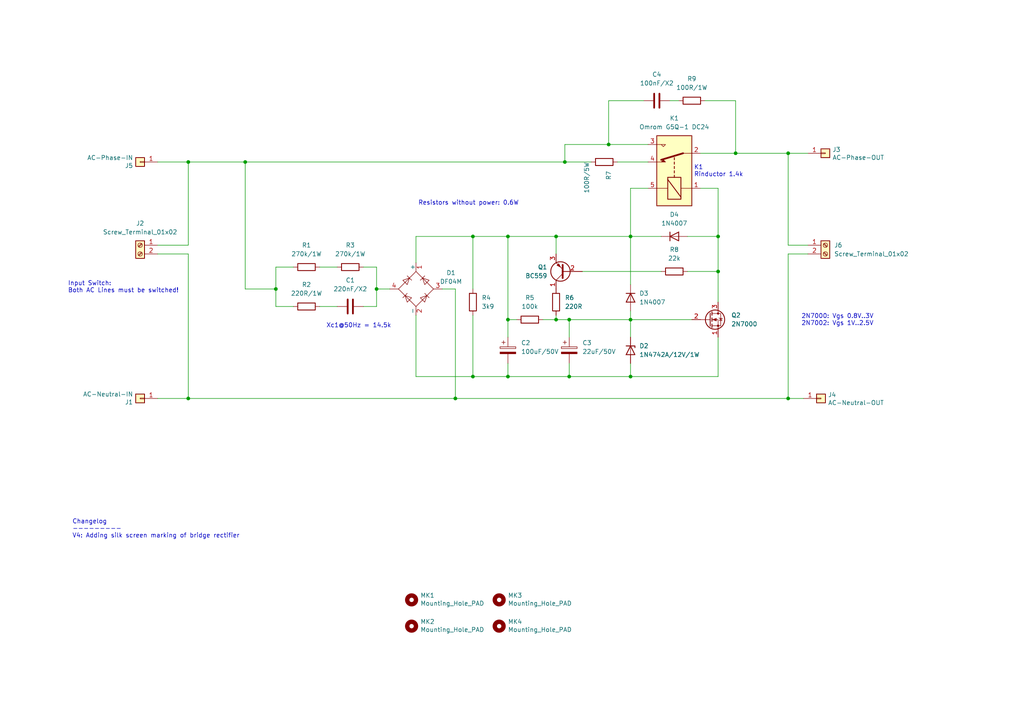
<source format=kicad_sch>
(kicad_sch (version 20230121) (generator eeschema)
  (paper "A4")
  (title_block (title "Inrush Current Limiter Relais") (date "2023-11-05") (rev "V4"))
  (lib_symbols
    (symbol "Connector:Screw_Terminal_01x02" (pin_names (offset 1.016) hide)
      (property "Reference" "J" (at 0 2.54 0))
      (property "Value" "Screw_Terminal_01x02" (at 0 -5.08 0))
      (symbol "Screw_Terminal_01x02_1_1"
        (rectangle (start -1.27 1.27) (end 1.27 -3.81) (stroke (width 0.254)) (fill (type background)))
        (circle (center 0 -2.54) (radius 0.635) (stroke (width 0.1524)))
        (polyline (pts (xy -0.5334 -2.2098) (xy 0.3302 -3.048)) (stroke (width 0.1524)))
        (polyline (pts (xy -0.5334 0.3302) (xy 0.3302 -0.508)) (stroke (width 0.1524)))
        (polyline (pts (xy -0.3556 -2.032) (xy 0.508 -2.8702)) (stroke (width 0.1524)))
        (polyline (pts (xy -0.3556 0.508) (xy 0.508 -0.3302)) (stroke (width 0.1524)))
        (circle (center 0 0) (radius 0.635) (stroke (width 0.1524)))
        (pin passive line (at -5.08 0 0) (length 3.81) (name "Pin_1") (number "1"))
        (pin passive line (at -5.08 -2.54 0) (length 3.81) (name "Pin_2") (number "2"))
      )
    )
    (symbol "Connector_Generic:Conn_01x01" (pin_names (offset 1.016) hide)
      (property "Reference" "J" (at 0 2.54 0))
      (property "Value" "Conn_01x01" (at 0 -2.54 0))
      (symbol "Conn_01x01_1_1"
        (rectangle (start -1.27 0.127) (end 0 -0.127) (stroke (width 0.1524)))
        (rectangle (start -1.27 1.27) (end 1.27 -1.27) (stroke (width 0.254)) (fill (type background)))
        (pin passive line (at -5.08 0 0) (length 3.81) (name "Pin_1") (number "1"))
      )
    )
    (symbol "Device:C" (pin_numbers hide) (pin_names (offset 0.254))
      (property "Reference" "C" (at 0.635 2.54 0))
      (property "Value" "C" (at 0.635 -2.54 0))
      (symbol "C_0_1"
        (polyline (pts (xy -2.032 -0.762) (xy 2.032 -0.762)) (stroke (width 0.508)))
        (polyline (pts (xy -2.032 0.762) (xy 2.032 0.762)) (stroke (width 0.508)))
      )
      (symbol "C_1_1"
        (pin passive line (at 0 3.81 270) (length 2.794) (name "~") (number "1"))
        (pin passive line (at 0 -3.81 90) (length 2.794) (name "~") (number "2"))
      )
    )
    (symbol "Device:C_Polarized" (pin_numbers hide) (pin_names (offset 0.254))
      (property "Reference" "C" (at 0.635 2.54 0))
      (property "Value" "C_Polarized" (at 0.635 -2.54 0))
      (symbol "C_Polarized_0_1"
        (rectangle (start -2.286 0.508) (end 2.286 1.016))
        (polyline (pts (xy -1.778 2.286) (xy -0.762 2.286)))
        (polyline (pts (xy -1.27 2.794) (xy -1.27 1.778)))
        (rectangle (start 2.286 -0.508) (end -2.286 -1.016) (fill (type outline)))
      )
      (symbol "C_Polarized_1_1"
        (pin passive line (at 0 3.81 270) (length 2.794) (name "~") (number "1"))
        (pin passive line (at 0 -3.81 90) (length 2.794) (name "~") (number "2"))
      )
    )
    (symbol "Device:R" (pin_numbers hide) (pin_names (offset 0))
      (property "Reference" "R" (at 2.032 0 90))
      (property "Value" "R" (at 0 0 90))
      (symbol "R_0_1"
        (rectangle (start -1.016 -2.54) (end 1.016 2.54) (stroke (width 0.254)))
      )
      (symbol "R_1_1"
        (pin passive line (at 0 3.81 270) (length 1.27) (name "~") (number "1"))
        (pin passive line (at 0 -3.81 90) (length 1.27) (name "~") (number "2"))
      )
    )
    (symbol "Diode:1N4007" (pin_numbers hide) (pin_names (offset 1.016) hide)
      (property "Reference" "D" (at 0 2.54 0))
      (property "Value" "1N4007" (at 0 -2.54 0))
      (symbol "1N4007_0_1"
        (polyline (pts (xy -1.27 1.27) (xy -1.27 -1.27)) (stroke (width 0.254)))
        (polyline (pts (xy 1.27 0) (xy -1.27 0)))
        (polyline (pts (xy 1.27 1.27) (xy 1.27 -1.27) (xy -1.27 0) (xy 1.27 1.27)) (stroke (width 0.254)))
      )
      (symbol "1N4007_1_1"
        (pin passive line (at -3.81 0 0) (length 2.54) (name "K") (number "1"))
        (pin passive line (at 3.81 0 180) (length 2.54) (name "A") (number "2"))
      )
    )
    (symbol "Diode:1N47xxA" (pin_numbers hide) (pin_names (offset 1.016) hide)
      (property "Reference" "D" (at 0 2.54 0))
      (property "Value" "1N47xxA" (at 0 -2.54 0))
      (symbol "1N47xxA_0_1"
        (polyline (pts (xy 1.27 0) (xy -1.27 0)))
        (polyline (pts (xy -1.27 -1.27) (xy -1.27 1.27) (xy -0.762 1.27)) (stroke (width 0.254)))
        (polyline (pts (xy 1.27 -1.27) (xy 1.27 1.27) (xy -1.27 0) (xy 1.27 -1.27)) (stroke (width 0.254)))
      )
      (symbol "1N47xxA_1_1"
        (pin passive line (at -3.81 0 0) (length 2.54) (name "K") (number "1"))
        (pin passive line (at 3.81 0 180) (length 2.54) (name "A") (number "2"))
      )
    )
    (symbol "Diode_Bridge:DF04M" (pin_names (offset 0))
      (property "Reference" "D" (at 2.54 6.985 0))
      (property "Value" "DF04M" (at 2.54 5.08 0))
      (symbol "DF04M_0_1"
        (polyline (pts (xy -2.54 3.81) (xy -1.27 2.54)))
        (polyline (pts (xy -1.27 -2.54) (xy -2.54 -3.81)))
        (polyline (pts (xy 2.54 -1.27) (xy 3.81 -2.54)))
        (polyline (pts (xy 2.54 1.27) (xy 3.81 2.54)))
        (polyline (pts (xy -3.81 2.54) (xy -2.54 1.27) (xy -1.905 3.175) (xy -3.81 2.54)))
        (polyline (pts (xy -2.54 -1.27) (xy -3.81 -2.54) (xy -1.905 -3.175) (xy -2.54 -1.27)))
        (polyline (pts (xy 1.27 2.54) (xy 2.54 3.81) (xy 3.175 1.905) (xy 1.27 2.54)))
        (polyline (pts (xy 3.175 -1.905) (xy 1.27 -2.54) (xy 2.54 -3.81) (xy 3.175 -1.905)))
        (polyline (pts (xy -5.08 0) (xy 0 -5.08) (xy 5.08 0) (xy 0 5.08) (xy -5.08 0)))
      )
      (symbol "DF04M_1_1"
        (pin passive line (at 7.62 0 180) (length 2.54) (name "+") (number "1"))
        (pin passive line (at -7.62 0 0) (length 2.54) (name "-") (number "2"))
        (pin passive line (at 0 -7.62 90) (length 2.54) (name "~") (number "3"))
        (pin passive line (at 0 7.62 270) (length 2.54) (name "~") (number "4"))
      )
    )
    (symbol "Mechanical:MountingHole" (pin_names (offset 1.016))
      (property "Reference" "H" (at 0 5.08 0))
      (property "Value" "MountingHole" (at 0 3.175 0))
      (symbol "MountingHole_0_1"
        (circle (center 0 0) (radius 1.27) (stroke (width 1.27)))
      )
    )
    (symbol "Relay:G5Q-1"
      (property "Reference" "K" (at 11.43 3.81 0))
      (property "Value" "G5Q-1" (at 11.43 1.27 0))
      (symbol "G5Q-1_0_0"
        (polyline (pts (xy 7.62 5.08) (xy 7.62 2.54) (xy 6.985 3.175) (xy 7.62 3.81)))
      )
      (symbol "G5Q-1_0_1"
        (rectangle (start -10.16 5.08) (end 10.16 -5.08) (stroke (width 0.254)) (fill (type background)))
        (rectangle (start -8.255 1.905) (end -1.905 -1.905) (stroke (width 0.254)))
        (polyline (pts (xy -7.62 -1.905) (xy -2.54 1.905)) (stroke (width 0.254)))
        (polyline (pts (xy -5.08 -5.08) (xy -5.08 -1.905)))
        (polyline (pts (xy -5.08 5.08) (xy -5.08 1.905)))
        (polyline (pts (xy -1.905 0) (xy -1.27 0)) (stroke (width 0.254)))
        (polyline (pts (xy -0.635 0) (xy 0 0)) (stroke (width 0.254)))
        (polyline (pts (xy 0.635 0) (xy 1.27 0)) (stroke (width 0.254)))
        (polyline (pts (xy 1.905 0) (xy 2.54 0)) (stroke (width 0.254)))
        (polyline (pts (xy 3.175 0) (xy 3.81 0)) (stroke (width 0.254)))
        (polyline (pts (xy 5.08 -2.54) (xy 3.175 3.81)) (stroke (width 0.508)))
        (polyline (pts (xy 5.08 -2.54) (xy 5.08 -5.08)))
        (polyline (pts (xy 2.54 5.08) (xy 2.54 2.54) (xy 3.175 3.175) (xy 2.54 3.81)) (fill (type outline)))
      )
      (symbol "G5Q-1_1_1"
        (pin passive line (at -5.08 -7.62 90) (length 2.54) (name "~") (number "1"))
        (pin passive line (at 5.08 -7.62 90) (length 2.54) (name "~") (number "2"))
        (pin passive line (at 7.62 7.62 270) (length 2.54) (name "~") (number "3"))
        (pin passive line (at 2.54 7.62 270) (length 2.54) (name "~") (number "4"))
        (pin passive line (at -5.08 7.62 270) (length 2.54) (name "~") (number "5"))
      )
    )
    (symbol "Transistor_BJT:BC559" (pin_names (offset 0) hide)
      (property "Reference" "Q" (at 5.08 1.905 0))
      (property "Value" "BC559" (at 5.08 0 0))
      (symbol "BC559_0_1"
        (polyline (pts (xy 0.635 0.635) (xy 2.54 2.54)))
        (polyline (pts (xy 0.635 -0.635) (xy 2.54 -2.54) (xy 2.54 -2.54)))
        (polyline (pts (xy 0.635 1.905) (xy 0.635 -1.905) (xy 0.635 -1.905)) (stroke (width 0.508)))
        (polyline (pts (xy 2.286 -1.778) (xy 1.778 -2.286) (xy 1.27 -1.27) (xy 2.286 -1.778) (xy 2.286 -1.778)) (fill (type outline)))
        (circle (center 1.27 0) (radius 2.8194) (stroke (width 0.254)))
      )
      (symbol "BC559_1_1"
        (pin passive line (at 2.54 5.08 270) (length 2.54) (name "C") (number "1"))
        (pin input line (at -5.08 0 0) (length 5.715) (name "B") (number "2"))
        (pin passive line (at 2.54 -5.08 90) (length 2.54) (name "E") (number "3"))
      )
    )
    (symbol "Transistor_FET:2N7000" (pin_names hide)
      (property "Reference" "Q" (at 5.08 1.905 0))
      (property "Value" "2N7000" (at 5.08 0 0))
      (symbol "2N7000_0_1"
        (polyline (pts (xy 0.254 0) (xy -2.54 0)))
        (polyline (pts (xy 0.254 1.905) (xy 0.254 -1.905)) (stroke (width 0.254)))
        (polyline (pts (xy 0.762 -1.27) (xy 0.762 -2.286)) (stroke (width 0.254)))
        (polyline (pts (xy 0.762 0.508) (xy 0.762 -0.508)) (stroke (width 0.254)))
        (polyline (pts (xy 0.762 2.286) (xy 0.762 1.27)) (stroke (width 0.254)))
        (polyline (pts (xy 2.54 2.54) (xy 2.54 1.778)))
        (polyline (pts (xy 2.54 -2.54) (xy 2.54 0) (xy 0.762 0)))
        (polyline (pts (xy 0.762 -1.778) (xy 3.302 -1.778) (xy 3.302 1.778) (xy 0.762 1.778)))
        (polyline (pts (xy 1.016 0) (xy 2.032 0.381) (xy 2.032 -0.381) (xy 1.016 0)) (fill (type outline)))
        (polyline (pts (xy 2.794 0.508) (xy 2.921 0.381) (xy 3.683 0.381) (xy 3.81 0.254)))
        (polyline (pts (xy 3.302 0.381) (xy 2.921 -0.254) (xy 3.683 -0.254) (xy 3.302 0.381)))
        (circle (center 1.651 0) (radius 2.794) (stroke (width 0.254)))
        (circle (center 2.54 -1.778) (radius 0.254) (fill (type outline)))
        (circle (center 2.54 1.778) (radius 0.254) (fill (type outline)))
      )
      (symbol "2N7000_1_1"
        (pin passive line (at 2.54 -5.08 90) (length 2.54) (name "S") (number "1"))
        (pin input line (at -5.08 0 0) (length 2.54) (name "G") (number "2"))
        (pin passive line (at 2.54 5.08 270) (length 2.54) (name "D") (number "3"))
      )
    )
  )
  (junction (at 165.1 92.71))
  (junction (at 80.01 83.82))
  (junction (at 176.53 41.91))
  (junction (at 54.61 46.99))
  (junction (at 109.22 83.82))
  (junction (at 182.88 92.71))
  (junction (at 54.61 115.57))
  (junction (at 161.29 68.58))
  (junction (at 147.32 109.22))
  (junction (at 182.88 68.58))
  (junction (at 208.28 68.58))
  (junction (at 137.16 68.58))
  (junction (at 161.29 92.71))
  (junction (at 163.83 46.99))
  (junction (at 71.12 46.99))
  (junction (at 137.16 109.22))
  (junction (at 165.1 109.22))
  (junction (at 228.6 115.57))
  (junction (at 147.32 68.58))
  (junction (at 147.32 92.71))
  (junction (at 208.28 78.74))
  (junction (at 132.08 115.57))
  (junction (at 182.88 109.22))
  (junction (at 213.36 44.45))
  (junction (at 228.6 44.45))
  (wire (pts (xy 203.2 54.61) (xy 208.28 54.61)))
  (wire (pts (xy 168.91 78.74) (xy 191.77 78.74)))
  (wire (pts (xy 120.65 91.44) (xy 120.65 109.22)))
  (wire (pts (xy 45.72 46.99) (xy 54.61 46.99)))
  (wire (pts (xy 182.88 109.22) (xy 165.1 109.22)))
  (wire (pts (xy 161.29 68.58) (xy 147.32 68.58)))
  (wire (pts (xy 182.88 92.71) (xy 182.88 97.79)))
  (wire (pts (xy 161.29 92.71) (xy 165.1 92.71)))
  (wire (pts (xy 147.32 109.22) (xy 147.32 105.41)))
  (wire (pts (xy 213.36 29.21) (xy 213.36 44.45)))
  (wire (pts (xy 45.72 115.57) (xy 54.61 115.57)))
  (wire (pts (xy 182.88 68.58) (xy 182.88 54.61)))
  (wire (pts (xy 165.1 92.71) (xy 165.1 97.79)))
  (wire (pts (xy 105.41 77.47) (xy 109.22 77.47)))
  (wire (pts (xy 137.16 91.44) (xy 137.16 109.22)))
  (wire (pts (xy 147.32 92.71) (xy 147.32 97.79)))
  (wire (pts (xy 182.88 105.41) (xy 182.88 109.22)))
  (wire (pts (xy 176.53 29.21) (xy 176.53 41.91)))
  (wire (pts (xy 109.22 83.82) (xy 109.22 88.9)))
  (wire (pts (xy 182.88 92.71) (xy 200.66 92.71)))
  (wire (pts (xy 191.77 68.58) (xy 182.88 68.58)))
  (wire (pts (xy 137.16 109.22) (xy 147.32 109.22)))
  (wire (pts (xy 80.01 83.82) (xy 71.12 83.82)))
  (wire (pts (xy 165.1 92.71) (xy 182.88 92.71)))
  (wire (pts (xy 171.45 46.99) (xy 163.83 46.99)))
  (wire (pts (xy 228.6 44.45) (xy 234.315 44.45)))
  (wire (pts (xy 234.315 71.12) (xy 228.6 71.12)))
  (wire (pts (xy 147.32 68.58) (xy 137.16 68.58)))
  (wire (pts (xy 92.71 88.9) (xy 97.79 88.9)))
  (wire (pts (xy 80.01 77.47) (xy 80.01 83.82)))
  (wire (pts (xy 109.22 77.47) (xy 109.22 83.82)))
  (wire (pts (xy 147.32 68.58) (xy 147.32 92.71)))
  (wire (pts (xy 163.83 46.99) (xy 71.12 46.99)))
  (wire (pts (xy 45.72 71.12) (xy 54.61 71.12)))
  (wire (pts (xy 228.6 73.66) (xy 228.6 115.57)))
  (wire (pts (xy 85.09 77.47) (xy 80.01 77.47)))
  (wire (pts (xy 137.16 68.58) (xy 137.16 83.82)))
  (wire (pts (xy 132.08 115.57) (xy 228.6 115.57)))
  (wire (pts (xy 199.39 68.58) (xy 208.28 68.58)))
  (wire (pts (xy 208.28 97.79) (xy 208.28 109.22)))
  (wire (pts (xy 208.28 54.61) (xy 208.28 68.58)))
  (wire (pts (xy 186.69 29.21) (xy 176.53 29.21)))
  (wire (pts (xy 54.61 46.99) (xy 54.61 71.12)))
  (wire (pts (xy 165.1 105.41) (xy 165.1 109.22)))
  (wire (pts (xy 71.12 83.82) (xy 71.12 46.99)))
  (wire (pts (xy 161.29 92.71) (xy 161.29 91.44)))
  (wire (pts (xy 208.28 78.74) (xy 208.28 87.63)))
  (wire (pts (xy 132.08 83.82) (xy 132.08 115.57)))
  (wire (pts (xy 228.6 115.57) (xy 233.045 115.57)))
  (wire (pts (xy 234.315 73.66) (xy 228.6 73.66)))
  (wire (pts (xy 176.53 41.91) (xy 163.83 41.91)))
  (wire (pts (xy 208.28 109.22) (xy 182.88 109.22)))
  (wire (pts (xy 165.1 109.22) (xy 147.32 109.22)))
  (wire (pts (xy 109.22 83.82) (xy 113.03 83.82)))
  (wire (pts (xy 45.72 73.66) (xy 54.61 73.66)))
  (wire (pts (xy 71.12 46.99) (xy 54.61 46.99)))
  (wire (pts (xy 157.48 92.71) (xy 161.29 92.71)))
  (wire (pts (xy 163.83 41.91) (xy 163.83 46.99)))
  (wire (pts (xy 228.6 71.12) (xy 228.6 44.45)))
  (wire (pts (xy 213.36 44.45) (xy 228.6 44.45)))
  (wire (pts (xy 182.88 68.58) (xy 161.29 68.58)))
  (wire (pts (xy 149.86 92.71) (xy 147.32 92.71)))
  (wire (pts (xy 80.01 88.9) (xy 85.09 88.9)))
  (wire (pts (xy 120.65 68.58) (xy 120.65 76.2)))
  (wire (pts (xy 128.27 83.82) (xy 132.08 83.82)))
  (wire (pts (xy 92.71 77.47) (xy 97.79 77.47)))
  (wire (pts (xy 194.31 29.21) (xy 196.85 29.21)))
  (wire (pts (xy 54.61 115.57) (xy 132.08 115.57)))
  (wire (pts (xy 208.28 68.58) (xy 208.28 78.74)))
  (wire (pts (xy 120.65 109.22) (xy 137.16 109.22)))
  (wire (pts (xy 54.61 73.66) (xy 54.61 115.57)))
  (wire (pts (xy 161.29 68.58) (xy 161.29 73.66)))
  (wire (pts (xy 182.88 68.58) (xy 182.88 82.55)))
  (wire (pts (xy 109.22 88.9) (xy 105.41 88.9)))
  (wire (pts (xy 179.07 46.99) (xy 187.96 46.99)))
  (wire (pts (xy 137.16 68.58) (xy 120.65 68.58)))
  (wire (pts (xy 182.88 90.17) (xy 182.88 92.71)))
  (wire (pts (xy 80.01 83.82) (xy 80.01 88.9)))
  (wire (pts (xy 187.96 41.91) (xy 176.53 41.91)))
  (wire (pts (xy 204.47 29.21) (xy 213.36 29.21)))
  (wire (pts (xy 182.88 54.61) (xy 187.96 54.61)))
  (wire (pts (xy 203.2 44.45) (xy 213.36 44.45)))
  (wire (pts (xy 199.39 78.74) (xy 208.28 78.74)))
  (text "2N7000: Vgs 0.8V..3V\n2N7002: Vgs 1V..2.5V" (at 232.41 94.615 0) (effects (font (size 1.27 1.27)) (justify left bottom)))
  (text "K1\nRinductor 1.4k" (at 201.295 51.435 0) (effects (font (size 1.27 1.27)) (justify left bottom)))
  (text "Changelog\n---------\nV4: Adding silk screen marking of bridge rectifier" (at 20.955 156.21 0) (effects (font (size 1.27 1.27)) (justify left bottom)))
  (text "Xc1@50Hz = 14.5k" (at 94.615 95.25 0) (effects (font (size 1.27 1.27)) (justify left bottom)))
  (text "Resistors without power: 0.6W" (at 121.285 59.69 0) (effects (font (size 1.27 1.27)) (justify left bottom)))
  (text "Input Switch:\nBoth AC Lines must be switched!" (at 19.685 85.09 0) (effects (font (size 1.27 1.27)) (justify left bottom)))
  (symbol (lib_id "Device:R") (at 161.29 87.63 180) (unit 1)
    (property "Reference" "R6" (at 163.83 86.3599 0) (effects (justify right)))
    (property "Value" "220R" (at 163.83 88.8999 0) (effects (justify right)))
    (property "Footprint" "Resistor_THT:R_Axial_DIN0207_L6.3mm_D2.5mm_P10.16mm_Horizontal" (effects hide))
  )
  (symbol (lib_id "Device:R") (at 88.9 88.9 90) (unit 1)
    (property "Reference" "R2" (at 88.9 82.55 90))
    (property "Value" "220R/1W" (at 88.9 85.09 90))
    (property "Footprint" "Resistor_THT:R_Axial_DIN0207_L6.3mm_D2.5mm_P15.24mm_Horizontal" (effects hide))
  )
  (symbol (lib_id "Device:R") (at 195.58 78.74 90) (unit 1)
    (property "Reference" "R8" (at 195.58 72.39 90))
    (property "Value" "22k" (at 195.58 74.93 90))
    (property "Footprint" "Resistor_THT:R_Axial_DIN0207_L6.3mm_D2.5mm_P10.16mm_Horizontal" (effects hide))
  )
  (symbol (lib_id "Mechanical:MountingHole") (at 144.78 181.61 0) (unit 1)
    (property "Reference" "MK4" (at 147.32 180.3146 0) (effects (justify left)))
    (property "Value" "Mounting_Hole_PAD" (at 147.32 182.626 0) (effects (justify left)))
    (property "Footprint" "MountingHole:MountingHole_3.2mm_M3_Pad_Via" (effects hide))
  )
  (symbol (lib_id "Mechanical:MountingHole") (at 119.38 181.61 0) (unit 1)
    (property "Reference" "MK2" (at 121.92 180.3146 0) (effects (justify left)))
    (property "Value" "Mounting_Hole_PAD" (at 121.92 182.626 0) (effects (justify left)))
    (property "Footprint" "MountingHole:MountingHole_3.2mm_M3_Pad_Via" (effects hide))
  )
  (symbol (lib_id "Transistor_BJT:BC559") (at 163.83 78.74 180) (unit 1)
    (property "Reference" "Q1" (at 158.75 77.4699 0) (effects (justify left)))
    (property "Value" "BC559" (at 158.75 80.0099 0) (effects (justify left)))
    (property "Footprint" "Package_TO_SOT_THT:TO-92_Inline" (effects hide))
    (property "Datasheet" "https://www.onsemi.com/pub/Collateral/BC556BTA-D.pdf" (effects hide))
  )
  (symbol (lib_id "Connector_Generic:Conn_01x01") (at 40.64 46.99 180) (unit 1)
    (property "Reference" "J5" (at 38.608 48.0568 0) (effects (justify left)))
    (property "Value" "AC-Phase-IN" (at 38.608 45.7454 0) (effects (justify left)))
    (property "Footprint" "kicad-snk:TE-726386-2_Pitch5.08mm_Drill1.3mm" (effects hide))
  )
  (symbol (lib_id "Mechanical:MountingHole") (at 144.78 173.99 0) (unit 1)
    (property "Reference" "MK3" (at 147.32 172.6946 0) (effects (justify left)))
    (property "Value" "Mounting_Hole_PAD" (at 147.32 175.006 0) (effects (justify left)))
    (property "Footprint" "MountingHole:MountingHole_3.2mm_M3_Pad_Via" (effects hide))
  )
  (symbol (lib_id "Device:R") (at 200.66 29.21 90) (unit 1)
    (property "Reference" "R9" (at 200.66 22.86 90))
    (property "Value" "100R/1W" (at 200.66 25.4 90))
    (property "Footprint" "Resistor_THT:R_Axial_DIN0207_L6.3mm_D2.5mm_P15.24mm_Horizontal" (effects hide))
  )
  (symbol (lib_id "Device:R") (at 175.26 46.99 270) (unit 1)
    (property "Reference" "R7" (at 176.5301 49.53 0) (effects (justify left)))
    (property "Value" "100R/5W" (at 170.18 46.99 0) (effects (justify left)))
    (property "Footprint" "Resistor_THT:R_Axial_Power_L25.0mm_W9.0mm_P30.48mm" (effects hide))
  )
  (symbol (lib_id "Diode:1N47xxA") (at 182.88 101.6 270) (unit 1)
    (property "Reference" "D2" (at 185.42 100.3299 90) (effects (justify left)))
    (property "Value" "1N4742A/12V/1W" (at 185.42 102.8699 90) (effects (justify left)))
    (property "Footprint" "Diode_THT:D_DO-41_SOD81_P10.16mm_Horizontal" (effects hide))
    (property "Datasheet" "https://www.vishay.com/docs/85816/1n4728a.pdf" (effects hide))
  )
  (symbol (lib_id "Connector:Screw_Terminal_01x02") (at 40.64 71.12 0) (mirror y) (unit 1)
    (property "Reference" "J2" (at 40.64 64.77 0))
    (property "Value" "Screw_Terminal_01x02" (at 40.64 67.31 0))
    (property "Footprint" "TerminalBlock_RND:TerminalBlock_RND_205-00012_1x02_P5.00mm_Horizontal" (effects hide))
  )
  (symbol (lib_id "Connector_Generic:Conn_01x01") (at 239.395 44.45 0) (unit 1)
    (property "Reference" "J3" (at 241.427 43.3832 0) (effects (justify left)))
    (property "Value" "AC-Phase-OUT" (at 241.427 45.6946 0) (effects (justify left)))
    (property "Footprint" "kicad-snk:TE-726386-2_Pitch5.08mm_Drill1.3mm" (effects hide))
  )
  (symbol (lib_id "Connector:Screw_Terminal_01x02") (at 239.395 71.12 0) (unit 1)
    (property "Reference" "J6" (at 241.935 71.1199 0) (effects (justify left)))
    (property "Value" "Screw_Terminal_01x02" (at 241.935 73.6599 0) (effects (justify left)))
    (property "Footprint" "TerminalBlock_RND:TerminalBlock_RND_205-00012_1x02_P5.00mm_Horizontal" (effects hide))
  )
  (symbol (lib_id "Device:R") (at 101.6 77.47 90) (unit 1)
    (property "Reference" "R3" (at 101.6 71.12 90))
    (property "Value" "270k/1W" (at 101.6 73.66 90))
    (property "Footprint" "Resistor_THT:R_Axial_DIN0207_L6.3mm_D2.5mm_P15.24mm_Horizontal" (effects hide))
  )
  (symbol (lib_id "Diode:1N4007") (at 182.88 86.36 270) (unit 1)
    (property "Reference" "D3" (at 185.42 85.0899 90) (effects (justify left)))
    (property "Value" "1N4007" (at 185.42 87.6299 90) (effects (justify left)))
    (property "Footprint" "Diode_THT:D_DO-41_SOD81_P10.16mm_Horizontal" (effects hide))
    (property "Datasheet" "http://www.vishay.com/docs/88503/1n4001.pdf" (effects hide))
  )
  (symbol (lib_id "Device:R") (at 88.9 77.47 90) (unit 1)
    (property "Reference" "R1" (at 88.9 71.12 90))
    (property "Value" "270k/1W" (at 88.9 73.66 90))
    (property "Footprint" "Resistor_THT:R_Axial_DIN0207_L6.3mm_D2.5mm_P15.24mm_Horizontal" (effects hide))
  )
  (symbol (lib_id "Device:C") (at 190.5 29.21 90) (unit 1)
    (property "Reference" "C4" (at 190.5 21.59 90))
    (property "Value" "100nF/X2" (at 190.5 24.13 90))
    (property "Footprint" "Capacitor_THT:C_Rect_L18.0mm_W5.0mm_P15.00mm_FKS3_FKP3" (effects hide))
  )
  (symbol (lib_id "Connector_Generic:Conn_01x01") (at 238.125 115.57 0) (unit 1)
    (property "Reference" "J4" (at 240.157 114.5032 0) (effects (justify left)))
    (property "Value" "AC-Neutral-OUT" (at 240.157 116.8146 0) (effects (justify left)))
    (property "Footprint" "kicad-snk:TE-726386-2_Pitch5.08mm_Drill1.3mm" (effects hide))
  )
  (symbol (lib_id "Transistor_FET:2N7000") (at 205.74 92.71 0) (unit 1)
    (property "Reference" "Q2" (at 212.09 91.4399 0) (effects (justify left)))
    (property "Value" "2N7000" (at 212.09 93.9799 0) (effects (justify left)))
    (property "Footprint" "Package_TO_SOT_THT:TO-92_Inline" (effects hide))
    (property "Datasheet" "https://www.onsemi.com/pub/Collateral/NDS7002A-D.PDF" (effects hide))
  )
  (symbol (lib_id "Relay:G5Q-1") (at 195.58 49.53 90) (unit 1)
    (property "Reference" "K1" (at 195.58 34.29 90))
    (property "Value" "Omrom G5Q-1 DC24" (at 195.58 36.83 90))
    (property "Footprint" "Relay_THT:Relay_SPDT_Omron-G5Q-1" (effects hide))
    (property "Datasheet" "https://www.omron.com/ecb/products/pdf/en-g5q.pdf" (effects hide))
  )
  (symbol (lib_id "Diode_Bridge:DF04M") (at 120.65 83.82 90) (unit 1)
    (property "Reference" "D1" (at 130.81 79.121 90))
    (property "Value" "DF04M" (at 130.81 81.661 90))
    (property "Footprint" "Diode_THT:Diode_Bridge_DIP-4_W7.62mm_P5.08mm" (effects hide))
    (property "Datasheet" "http://www.vishay.com/docs/88571/dfm.pdf" (effects hide))
  )
  (symbol (lib_id "Connector_Generic:Conn_01x01") (at 40.64 115.57 180) (unit 1)
    (property "Reference" "J1" (at 38.608 116.6368 0) (effects (justify left)))
    (property "Value" "AC-Neutral-IN" (at 38.608 114.3254 0) (effects (justify left)))
    (property "Footprint" "kicad-snk:TE-726386-2_Pitch5.08mm_Drill1.3mm" (effects hide))
  )
  (symbol (lib_id "Device:R") (at 137.16 87.63 0) (unit 1)
    (property "Reference" "R4" (at 139.7 86.3599 0) (effects (justify left)))
    (property "Value" "3k9" (at 139.7 88.8999 0) (effects (justify left)))
    (property "Footprint" "Resistor_THT:R_Axial_DIN0207_L6.3mm_D2.5mm_P10.16mm_Horizontal" (effects hide))
  )
  (symbol (lib_id "Device:C_Polarized") (at 147.32 101.6 0) (unit 1)
    (property "Reference" "C2" (at 151.13 99.4409 0) (effects (justify left)))
    (property "Value" "100uF/50V" (at 151.13 101.9809 0) (effects (justify left)))
    (property "Footprint" "Capacitor_THT:CP_Radial_D8.0mm_P3.50mm" (effects hide))
  )
  (symbol (lib_id "Device:C_Polarized") (at 165.1 101.6 0) (unit 1)
    (property "Reference" "C3" (at 168.91 99.4409 0) (effects (justify left)))
    (property "Value" "22uF/50V" (at 168.91 101.9809 0) (effects (justify left)))
    (property "Footprint" "Capacitor_THT:CP_Radial_D5.0mm_P2.00mm" (effects hide))
  )
  (symbol (lib_id "Device:C") (at 101.6 88.9 90) (unit 1)
    (property "Reference" "C1" (at 101.6 81.28 90))
    (property "Value" "220nF/X2" (at 101.6 83.82 90))
    (property "Footprint" "Capacitor_THT:C_Rect_L18.0mm_W7.0mm_P15.00mm_FKS3_FKP3" (effects hide))
  )
  (symbol (lib_id "Device:R") (at 153.67 92.71 90) (unit 1)
    (property "Reference" "R5" (at 153.67 86.36 90))
    (property "Value" "100k" (at 153.67 88.9 90))
    (property "Footprint" "Resistor_THT:R_Axial_DIN0207_L6.3mm_D2.5mm_P10.16mm_Horizontal" (effects hide))
  )
  (symbol (lib_id "Mechanical:MountingHole") (at 119.38 173.99 0) (unit 1)
    (property "Reference" "MK1" (at 121.92 172.6946 0) (effects (justify left)))
    (property "Value" "Mounting_Hole_PAD" (at 121.92 175.006 0) (effects (justify left)))
    (property "Footprint" "MountingHole:MountingHole_3.2mm_M3_Pad_Via" (effects hide))
  )
  (symbol (lib_id "Diode:1N4007") (at 195.58 68.58 0) (unit 1)
    (property "Reference" "D4" (at 195.58 62.23 0))
    (property "Value" "1N4007" (at 195.58 64.77 0))
    (property "Footprint" "Diode_THT:D_DO-41_SOD81_P10.16mm_Horizontal" (effects hide))
    (property "Datasheet" "http://www.vishay.com/docs/88503/1n4001.pdf" (effects hide))
  )
)
</source>
